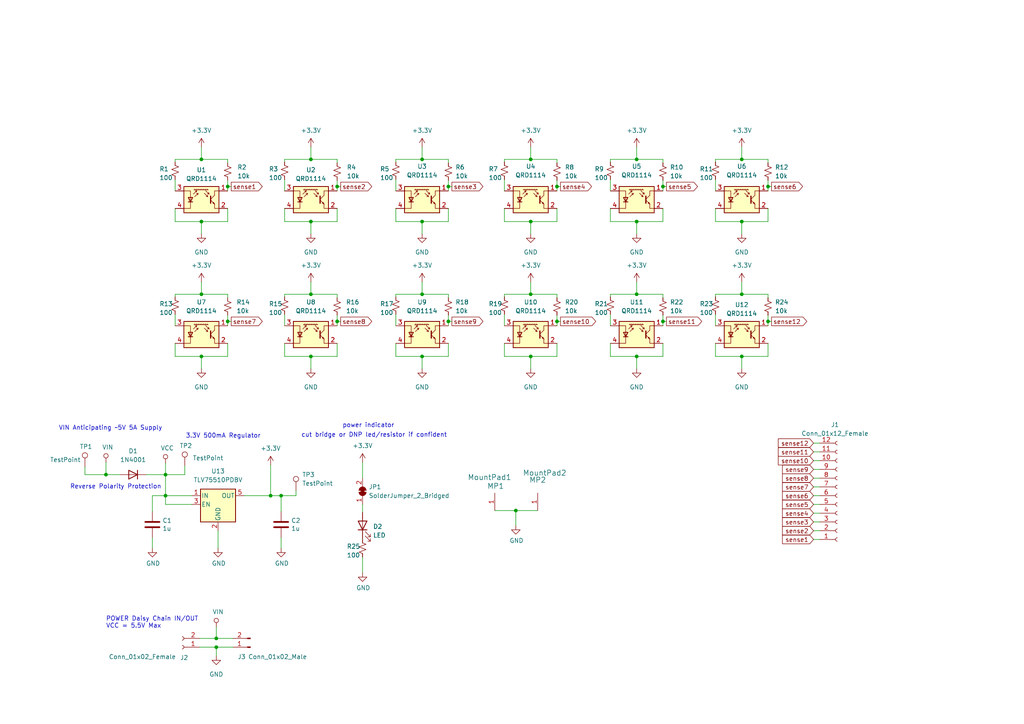
<source format=kicad_sch>
(kicad_sch (version 20211123) (generator eeschema)
  (paper "A4")
  (lib_symbols
    (symbol "1A_Favorites:QRD1114" (pin_names (offset 0.0254) hide)
      (property "Reference" "U" (at -3.81 5.08 0))
      (property "Value" "QRD1114" (at 12.7 5.08 0))
      (symbol "QRD1114_0_1"
        (polyline (pts (xy -2.667 -0.127) (xy -3.81 -1.27)))
        (polyline (pts (xy -2.667 0.127) (xy -3.81 1.27)))
        (polyline (pts (xy -2.2313 1.6036) (xy -1.7233 1.7306)))
        (polyline (pts (xy -1.8542 2.8526) (xy -1.6002 3.1066)))
        (polyline (pts (xy -1.8503 0.8416) (xy -1.3423 0.9686)))
        (polyline (pts (xy -1.3462 2.8526) (xy -1.0922 3.1066)))
        (polyline (pts (xy -0.8382 2.8526) (xy -0.5842 3.1066)))
        (polyline (pts (xy -0.3302 2.8526) (xy -0.0762 3.1066)))
        (polyline (pts (xy 0.1778 2.8526) (xy 0.4318 3.1066)))
        (polyline (pts (xy 0.6858 2.8526) (xy 0.9398 3.1066)))
        (polyline (pts (xy 0.9437 1.8576) (xy 1.0707 1.3496)))
        (polyline (pts (xy 1.1938 2.8526) (xy 1.4478 3.1066)))
        (polyline (pts (xy 1.3247 2.6196) (xy 1.4517 2.1116)))
        (polyline (pts (xy 1.7018 2.8526) (xy 1.9558 3.1066)))
        (polyline (pts (xy 2.2098 2.8526) (xy -1.9812 2.8526)))
        (polyline (pts (xy 2.54 -0.635) (xy 3.81 -0.635)) (stroke (width 0.254)))
        (polyline (pts (xy -3.81 -1.27) (xy -3.81 -2.54) (xy -5.08 -2.54)))
        (polyline (pts (xy -3.81 1.27) (xy -3.81 2.54) (xy -5.08 2.54)))
        (polyline (pts (xy -2.667 -1.016) (xy -2.667 1.016) (xy -2.667 1.016)) (stroke (width 0.3556)))
        (polyline (pts (xy -1.2153 2.6196) (xy -2.2313 1.6036) (xy -2.1043 2.1116)))
        (polyline (pts (xy -0.8343 1.8576) (xy -1.8503 0.8416) (xy -1.7233 1.3496)))
        (polyline (pts (xy 1.9597 0.8416) (xy 0.9437 1.8576) (xy 1.4517 1.7306)))
        (polyline (pts (xy 2.3407 1.6036) (xy 1.3247 2.6196) (xy 1.8327 2.4926)))
        (polyline (pts (xy -3.81 -1.27) (xy -3.302 -1.016) (xy -3.556 -0.762) (xy -3.81 -1.27)))
        (polyline (pts (xy 3.175 -0.635) (xy 2.54 0.635) (xy 3.81 0.635) (xy 3.175 -0.635)) (stroke (width 0.254)))
        (polyline (pts (xy 5.08 2.54) (xy 3.175 2.54) (xy 3.175 -2.54) (xy 5.08 -2.54)))
        (polyline (pts (xy -5.08 -3.81) (xy 5.08 -3.81) (xy 5.08 3.81) (xy -5.08 3.81) (xy -5.08 -3.81)) (stroke (width 0.254)) (fill (type background)))
      )
      (symbol "QRD1114_1_1"
        (pin open_collector line (at -7.62 2.54 0) (length 2.54) (name "A") (number "1"))
        (pin open_emitter line (at -7.62 -2.54 0) (length 2.54) (name "K") (number "2"))
        (pin passive line (at 7.62 2.54 180) (length 2.54) (name "C") (number "3"))
        (pin passive line (at 7.62 -2.54 180) (length 2.54) (name "E") (number "4"))
      )
    )
    (symbol "1A_Favorites:R_Standard_Thru" (pin_numbers hide) (pin_names (offset 0.254) hide)
      (property "Reference" "R" (at 0.762 0.508 0))
      (property "Value" "R_Standard_Thru" (at 0.762 -1.016 0))
      (symbol "R_Standard_Thru_1_1"
        (polyline (pts (xy 0 0) (xy 1.016 -0.381) (xy 0 -0.762) (xy -1.016 -1.143) (xy 0 -1.524)))
        (polyline (pts (xy 0 1.524) (xy 1.016 1.143) (xy 0 0.762) (xy -1.016 0.381) (xy 0 0)))
        (pin passive line (at 0 2.54 270) (length 1.016) (name "~") (number "1"))
        (pin passive line (at 0 -2.54 90) (length 1.016) (name "~") (number "2"))
      )
    )
    (symbol "Connector:Conn_01x02_Female" (pin_names (offset 1.016) hide)
      (property "Reference" "J" (at 0 2.54 0))
      (property "Value" "Conn_01x02_Female" (at 0 -5.08 0))
      (symbol "Conn_01x02_Female_1_1"
        (arc (start 0 -2.032) (mid -0.508 -2.54) (end 0 -3.048) (stroke (width 0.1524)))
        (polyline (pts (xy -1.27 -2.54) (xy -0.508 -2.54)) (stroke (width 0.1524)))
        (polyline (pts (xy -1.27 0) (xy -0.508 0)) (stroke (width 0.1524)))
        (arc (start 0 0.508) (mid -0.508 0) (end 0 -0.508) (stroke (width 0.1524)))
        (pin passive line (at -5.08 0 0) (length 3.81) (name "Pin_1") (number "1"))
        (pin passive line (at -5.08 -2.54 0) (length 3.81) (name "Pin_2") (number "2"))
      )
    )
    (symbol "Connector:Conn_01x02_Male" (pin_names (offset 1.016) hide)
      (property "Reference" "J" (at 0 2.54 0))
      (property "Value" "Conn_01x02_Male" (at 0 -5.08 0))
      (symbol "Conn_01x02_Male_1_1"
        (polyline (pts (xy 1.27 -2.54) (xy 0.8636 -2.54)) (stroke (width 0.1524)))
        (polyline (pts (xy 1.27 0) (xy 0.8636 0)) (stroke (width 0.1524)))
        (rectangle (start 0.8636 -2.413) (end 0 -2.667) (stroke (width 0.1524)) (fill (type outline)))
        (rectangle (start 0.8636 0.127) (end 0 -0.127) (stroke (width 0.1524)) (fill (type outline)))
        (pin passive line (at 5.08 0 180) (length 3.81) (name "Pin_1") (number "1"))
        (pin passive line (at 5.08 -2.54 180) (length 3.81) (name "Pin_2") (number "2"))
      )
    )
    (symbol "Connector:Conn_01x12_Female" (pin_names (offset 1.016) hide)
      (property "Reference" "J" (at 0 15.24 0))
      (property "Value" "Conn_01x12_Female" (at 0 -17.78 0))
      (symbol "Conn_01x12_Female_1_1"
        (arc (start 0 -14.732) (mid -0.508 -15.24) (end 0 -15.748) (stroke (width 0.1524)))
        (arc (start 0 -12.192) (mid -0.508 -12.7) (end 0 -13.208) (stroke (width 0.1524)))
        (arc (start 0 -9.652) (mid -0.508 -10.16) (end 0 -10.668) (stroke (width 0.1524)))
        (arc (start 0 -7.112) (mid -0.508 -7.62) (end 0 -8.128) (stroke (width 0.1524)))
        (arc (start 0 -4.572) (mid -0.508 -5.08) (end 0 -5.588) (stroke (width 0.1524)))
        (arc (start 0 -2.032) (mid -0.508 -2.54) (end 0 -3.048) (stroke (width 0.1524)))
        (polyline (pts (xy -1.27 -15.24) (xy -0.508 -15.24)) (stroke (width 0.1524)))
        (polyline (pts (xy -1.27 -12.7) (xy -0.508 -12.7)) (stroke (width 0.1524)))
        (polyline (pts (xy -1.27 -10.16) (xy -0.508 -10.16)) (stroke (width 0.1524)))
        (polyline (pts (xy -1.27 -7.62) (xy -0.508 -7.62)) (stroke (width 0.1524)))
        (polyline (pts (xy -1.27 -5.08) (xy -0.508 -5.08)) (stroke (width 0.1524)))
        (polyline (pts (xy -1.27 -2.54) (xy -0.508 -2.54)) (stroke (width 0.1524)))
        (polyline (pts (xy -1.27 0) (xy -0.508 0)) (stroke (width 0.1524)))
        (polyline (pts (xy -1.27 2.54) (xy -0.508 2.54)) (stroke (width 0.1524)))
        (polyline (pts (xy -1.27 5.08) (xy -0.508 5.08)) (stroke (width 0.1524)))
        (polyline (pts (xy -1.27 7.62) (xy -0.508 7.62)) (stroke (width 0.1524)))
        (polyline (pts (xy -1.27 10.16) (xy -0.508 10.16)) (stroke (width 0.1524)))
        (polyline (pts (xy -1.27 12.7) (xy -0.508 12.7)) (stroke (width 0.1524)))
        (arc (start 0 0.508) (mid -0.508 0) (end 0 -0.508) (stroke (width 0.1524)))
        (arc (start 0 3.048) (mid -0.508 2.54) (end 0 2.032) (stroke (width 0.1524)))
        (arc (start 0 5.588) (mid -0.508 5.08) (end 0 4.572) (stroke (width 0.1524)))
        (arc (start 0 8.128) (mid -0.508 7.62) (end 0 7.112) (stroke (width 0.1524)))
        (arc (start 0 10.668) (mid -0.508 10.16) (end 0 9.652) (stroke (width 0.1524)))
        (arc (start 0 13.208) (mid -0.508 12.7) (end 0 12.192) (stroke (width 0.1524)))
        (pin passive line (at -5.08 12.7 0) (length 3.81) (name "Pin_1") (number "1"))
        (pin passive line (at -5.08 -10.16 0) (length 3.81) (name "Pin_10") (number "10"))
        (pin passive line (at -5.08 -12.7 0) (length 3.81) (name "Pin_11") (number "11"))
        (pin passive line (at -5.08 -15.24 0) (length 3.81) (name "Pin_12") (number "12"))
        (pin passive line (at -5.08 10.16 0) (length 3.81) (name "Pin_2") (number "2"))
        (pin passive line (at -5.08 7.62 0) (length 3.81) (name "Pin_3") (number "3"))
        (pin passive line (at -5.08 5.08 0) (length 3.81) (name "Pin_4") (number "4"))
        (pin passive line (at -5.08 2.54 0) (length 3.81) (name "Pin_5") (number "5"))
        (pin passive line (at -5.08 0 0) (length 3.81) (name "Pin_6") (number "6"))
        (pin passive line (at -5.08 -2.54 0) (length 3.81) (name "Pin_7") (number "7"))
        (pin passive line (at -5.08 -5.08 0) (length 3.81) (name "Pin_8") (number "8"))
        (pin passive line (at -5.08 -7.62 0) (length 3.81) (name "Pin_9") (number "9"))
      )
    )
    (symbol "Connector:TestPoint" (pin_numbers hide) (pin_names (offset 0.762) hide)
      (property "Reference" "TP" (at 0 6.858 0))
      (property "Value" "TestPoint" (at 0 5.08 0))
      (symbol "TestPoint_0_1"
        (circle (center 0 3.302) (radius 0.762))
      )
      (symbol "TestPoint_1_1"
        (pin passive line (at 0 0 90) (length 2.54) (name "1") (number "1"))
      )
    )
    (symbol "Device:LED" (pin_numbers hide) (pin_names (offset 1.016) hide)
      (property "Reference" "D" (at 0 2.54 0))
      (property "Value" "LED" (at 0 -2.54 0))
      (symbol "LED_0_1"
        (polyline (pts (xy -1.27 -1.27) (xy -1.27 1.27)) (stroke (width 0.254)))
        (polyline (pts (xy -1.27 0) (xy 1.27 0)))
        (polyline (pts (xy 1.27 -1.27) (xy 1.27 1.27) (xy -1.27 0) (xy 1.27 -1.27)) (stroke (width 0.254)))
        (polyline (pts (xy -3.048 -0.762) (xy -4.572 -2.286) (xy -3.81 -2.286) (xy -4.572 -2.286) (xy -4.572 -1.524)))
        (polyline (pts (xy -1.778 -0.762) (xy -3.302 -2.286) (xy -2.54 -2.286) (xy -3.302 -2.286) (xy -3.302 -1.524)))
      )
      (symbol "LED_1_1"
        (pin passive line (at -3.81 0 0) (length 2.54) (name "K") (number "1"))
        (pin passive line (at 3.81 0 180) (length 2.54) (name "A") (number "2"))
      )
    )
    (symbol "Diode:1N4001" (pin_numbers hide) (pin_names (offset 1.016) hide)
      (property "Reference" "D" (at 0 2.54 0))
      (property "Value" "1N4001" (at 0 -2.54 0))
      (symbol "1N4001_0_1"
        (polyline (pts (xy -1.27 1.27) (xy -1.27 -1.27)) (stroke (width 0.254)))
        (polyline (pts (xy 1.27 0) (xy -1.27 0)))
        (polyline (pts (xy 1.27 1.27) (xy 1.27 -1.27) (xy -1.27 0) (xy 1.27 1.27)) (stroke (width 0.254)))
      )
      (symbol "1N4001_1_1"
        (pin passive line (at -3.81 0 0) (length 2.54) (name "K") (number "1"))
        (pin passive line (at 3.81 0 180) (length 2.54) (name "A") (number "2"))
      )
    )
    (symbol "Jumper:SolderJumper_2_Bridged" (pin_names (offset 0) hide)
      (property "Reference" "JP" (at 0 2.032 0))
      (property "Value" "SolderJumper_2_Bridged" (at 0 -2.54 0))
      (symbol "SolderJumper_2_Bridged_0_1"
        (rectangle (start -0.508 0.508) (end 0.508 -0.508) (fill (type outline)))
        (arc (start -0.254 1.016) (mid -1.27 0) (end -0.254 -1.016))
        (arc (start -0.254 1.016) (mid -1.27 0) (end -0.254 -1.016) (fill (type outline)))
        (polyline (pts (xy -0.254 1.016) (xy -0.254 -1.016)))
        (polyline (pts (xy 0.254 1.016) (xy 0.254 -1.016)))
        (arc (start 0.254 -1.016) (mid 1.27 0) (end 0.254 1.016))
        (arc (start 0.254 -1.016) (mid 1.27 0) (end 0.254 1.016) (fill (type outline)))
      )
      (symbol "SolderJumper_2_Bridged_1_1"
        (pin passive line (at -3.81 0 0) (length 2.54) (name "A") (number "1"))
        (pin passive line (at 3.81 0 180) (length 2.54) (name "B") (number "2"))
      )
    )
    (symbol "OpenThereminV41-rescue:C-OpenThereminV4-rescue" (pin_numbers hide) (pin_names (offset 0.254))
      (property "Reference" "C" (at 0.635 2.54 0))
      (property "Value" "C-OpenThereminV4-rescue" (at 0.635 -2.54 0))
      (symbol "C-OpenThereminV4-rescue_0_1"
        (polyline (pts (xy -2.032 -0.762) (xy 2.032 -0.762)) (stroke (width 0.508)))
        (polyline (pts (xy -2.032 0.762) (xy 2.032 0.762)) (stroke (width 0.508)))
      )
      (symbol "C-OpenThereminV4-rescue_1_1"
        (pin passive line (at 0 3.81 270) (length 2.794) (name "~") (number "1"))
        (pin passive line (at 0 -3.81 90) (length 2.794) (name "~") (number "2"))
      )
    )
    (symbol "OpenThereminV41-rescue:GND-OpenThereminV4-rescue" (power) (pin_names (offset 0))
      (property "Value" "GND-OpenThereminV4-rescue" (at 0 -3.81 0))
      (symbol "GND-OpenThereminV4-rescue_0_1"
        (polyline (pts (xy 0 0) (xy 0 -1.27) (xy 1.27 -1.27) (xy 0 -2.54) (xy -1.27 -1.27) (xy 0 -1.27)))
      )
      (symbol "GND-OpenThereminV4-rescue_1_1"
        (pin power_in line (at 0 0 270) (length 0) hide (name "GND") (number "1"))
      )
    )
    (symbol "OpenThereminV41-rescue:MountPad3-OpenThereminV4-rescue" (pin_names (offset 1.016))
      (property "Reference" "X" (at -1.27 5.08 0))
      (property "Value" "MountPad3-OpenThereminV4-rescue" (at -1.27 8.89 0))
      (symbol "MountPad3-OpenThereminV4-rescue_1_1"
        (pin input line (at -5.08 0 0) (length 5.08) (name "~") (number "1"))
      )
    )
    (symbol "OpenThereminV41-rescue:VCC-OpenThereminV4-rescue" (power) (pin_names (offset 0))
      (property "Value" "VCC-OpenThereminV4-rescue" (at 0 3.81 0))
      (symbol "VCC-OpenThereminV4-rescue_0_1"
        (polyline (pts (xy 0 0) (xy 0 1.27)))
        (circle (center 0 1.905) (radius 0.635))
      )
      (symbol "VCC-OpenThereminV4-rescue_1_1"
        (pin power_in line (at 0 0 90) (length 0) hide (name "VCC") (number "1"))
      )
    )
    (symbol "Regulator_Linear:TLV75510PDBV" (pin_names (offset 0.254))
      (property "Reference" "U" (at -3.81 5.715 0))
      (property "Value" "TLV75510PDBV" (at 0 5.715 0))
      (symbol "TLV75510PDBV_0_1"
        (rectangle (start -5.08 4.445) (end 5.08 -5.08) (stroke (width 0.254)) (fill (type background)))
      )
      (symbol "TLV75510PDBV_1_1"
        (pin power_in line (at -7.62 2.54 0) (length 2.54) (name "IN") (number "1"))
        (pin power_in line (at 0 -7.62 90) (length 2.54) (name "GND") (number "2"))
        (pin input line (at -7.62 0 0) (length 2.54) (name "EN") (number "3"))
        (pin no_connect line (at 5.08 0 180) (length 2.54) hide (name "NC") (number "4"))
        (pin power_out line (at 7.62 2.54 180) (length 2.54) (name "OUT") (number "5"))
      )
    )
    (symbol "VCC-OpenThereminV4-rescue_1" (power) (pin_names (offset 0))
      (property "Value" "VCC-OpenThereminV4-rescue_1" (at 0.508 4.3942 0))
      (symbol "VCC-OpenThereminV4-rescue_1_0_1"
        (polyline (pts (xy 0 0) (xy 0 1.27)))
        (circle (center 0 1.905) (radius 0.635))
      )
      (symbol "VCC-OpenThereminV4-rescue_1_1_1"
        (pin power_in line (at 0 0 90) (length 0) hide (name "VIN") (number "1"))
      )
    )
    (symbol "VCC-OpenThereminV4-rescue_2" (power) (pin_names (offset 0))
      (property "Value" "VCC-OpenThereminV4-rescue_2" (at 0.508 4.3942 0))
      (symbol "VCC-OpenThereminV4-rescue_2_0_1"
        (polyline (pts (xy 0 0) (xy 0 1.27)))
        (circle (center 0 1.905) (radius 0.635))
      )
      (symbol "VCC-OpenThereminV4-rescue_2_1_1"
        (pin power_in line (at 0 0 90) (length 0) hide (name "VIN") (number "1"))
      )
    )
    (symbol "power:+3.3V" (power) (pin_names (offset 0))
      (property "Value" "+3.3V" (at 0 3.556 0))
      (symbol "+3.3V_0_1"
        (polyline (pts (xy -0.762 1.27) (xy 0 2.54)))
        (polyline (pts (xy 0 0) (xy 0 2.54)))
        (polyline (pts (xy 0 2.54) (xy 0.762 1.27)))
      )
      (symbol "+3.3V_1_1"
        (pin power_in line (at 0 0 90) (length 0) hide (name "+3.3V") (number "1"))
      )
    )
    (symbol "power:GND" (power) (pin_names (offset 0))
      (property "Value" "GND" (at 0 -3.81 0))
      (symbol "GND_0_1"
        (polyline (pts (xy 0 0) (xy 0 -1.27) (xy 1.27 -1.27) (xy 0 -2.54) (xy -1.27 -1.27) (xy 0 -1.27)))
      )
      (symbol "GND_1_1"
        (pin power_in line (at 0 0 270) (length 0) hide (name "GND") (number "1"))
      )
    )
  )
  (junction (at 122.428 46.228))
  (junction (at 161.544 54.102))
  (junction (at 66.04 93.218))
  (junction (at 130.048 93.218))
  (junction (at 90.17 103.378))
  (junction (at 184.658 64.262))
  (junction (at 62.738 187.706))
  (junction (at 122.428 64.262))
  (junction (at 153.924 103.378))
  (junction (at 215.138 85.344))
  (junction (at 58.42 64.262))
  (junction (at 184.658 85.344))
  (junction (at 58.42 46.228))
  (junction (at 153.924 64.262))
  (junction (at 130.048 54.102))
  (junction (at 78.486 143.764))
  (junction (at 48.006 143.764))
  (junction (at 149.606 148.082))
  (junction (at 90.17 46.228))
  (junction (at 153.924 85.344))
  (junction (at 90.17 64.262))
  (junction (at 97.79 93.218))
  (junction (at 215.138 46.228))
  (junction (at 184.658 103.378))
  (junction (at 48.006 137.668))
  (junction (at 122.428 85.344))
  (junction (at 66.04 54.102))
  (junction (at 97.79 54.102))
  (junction (at 215.138 64.262))
  (junction (at 184.658 46.228))
  (junction (at 122.428 103.378))
  (junction (at 161.544 93.218))
  (junction (at 192.278 54.102))
  (junction (at 192.278 93.218))
  (junction (at 58.42 103.378))
  (junction (at 90.17 85.344))
  (junction (at 222.758 54.102))
  (junction (at 62.738 185.166))
  (junction (at 153.924 46.228))
  (junction (at 30.734 137.668))
  (junction (at 215.138 103.378))
  (junction (at 222.758 93.218))
  (junction (at 81.534 143.764))
  (junction (at 58.42 85.344))
  (wire (pts (xy 177.038 85.344) (xy 184.658 85.344)))
  (wire (pts (xy 57.912 187.706) (xy 62.738 187.706)))
  (wire (pts (xy 122.428 81.788) (xy 122.428 85.344)))
  (wire (pts (xy 153.924 64.262) (xy 161.544 64.262)))
  (wire (pts (xy 153.924 42.672) (xy 153.924 46.228)))
  (wire (pts (xy 114.808 85.344) (xy 122.428 85.344)))
  (wire (pts (xy 215.138 46.228) (xy 222.758 46.228)))
  (wire (pts (xy 48.006 143.764) (xy 55.626 143.764)))
  (wire (pts (xy 66.04 54.102) (xy 66.04 55.372)))
  (wire (pts (xy 50.8 99.568) (xy 50.8 103.378)))
  (wire (pts (xy 153.924 81.788) (xy 153.924 85.344)))
  (wire (pts (xy 85.852 142.24) (xy 85.852 143.764)))
  (wire (pts (xy 50.8 103.378) (xy 58.42 103.378)))
  (wire (pts (xy 130.048 85.344) (xy 130.048 86.36)))
  (wire (pts (xy 122.428 103.378) (xy 130.048 103.378)))
  (wire (pts (xy 235.966 141.224) (xy 237.744 141.224)))
  (wire (pts (xy 114.808 60.452) (xy 114.808 64.262)))
  (wire (pts (xy 184.658 81.788) (xy 184.658 85.344)))
  (wire (pts (xy 48.006 143.764) (xy 44.196 143.764)))
  (wire (pts (xy 161.544 93.218) (xy 162.56 93.218)))
  (wire (pts (xy 222.758 91.44) (xy 222.758 93.218)))
  (wire (pts (xy 207.518 86.106) (xy 207.518 85.344)))
  (wire (pts (xy 161.544 52.324) (xy 161.544 54.102)))
  (wire (pts (xy 192.278 54.102) (xy 193.294 54.102)))
  (wire (pts (xy 146.304 52.07) (xy 146.304 55.372)))
  (wire (pts (xy 81.534 143.764) (xy 81.534 148.336)))
  (wire (pts (xy 222.758 54.102) (xy 223.774 54.102)))
  (wire (pts (xy 235.966 146.304) (xy 237.744 146.304)))
  (wire (pts (xy 97.79 93.218) (xy 98.806 93.218)))
  (wire (pts (xy 66.04 54.102) (xy 67.056 54.102)))
  (wire (pts (xy 97.79 54.102) (xy 97.79 55.372)))
  (wire (pts (xy 63.246 153.924) (xy 63.246 159.004)))
  (wire (pts (xy 50.8 46.99) (xy 50.8 46.228)))
  (wire (pts (xy 192.278 54.102) (xy 192.278 55.372)))
  (wire (pts (xy 235.966 153.924) (xy 237.744 153.924)))
  (wire (pts (xy 53.594 137.668) (xy 48.006 137.668)))
  (wire (pts (xy 222.758 99.568) (xy 222.758 103.378)))
  (wire (pts (xy 82.55 64.262) (xy 90.17 64.262)))
  (wire (pts (xy 114.808 86.106) (xy 114.808 85.344)))
  (wire (pts (xy 50.8 91.186) (xy 50.8 94.488)))
  (wire (pts (xy 235.966 131.064) (xy 237.744 131.064)))
  (wire (pts (xy 97.79 46.228) (xy 97.79 47.244)))
  (wire (pts (xy 82.55 46.99) (xy 82.55 46.228)))
  (wire (pts (xy 146.304 85.344) (xy 153.924 85.344)))
  (wire (pts (xy 215.138 103.378) (xy 222.758 103.378)))
  (wire (pts (xy 81.534 155.956) (xy 81.534 159.004)))
  (wire (pts (xy 48.006 146.304) (xy 48.006 143.764)))
  (wire (pts (xy 97.79 85.344) (xy 97.79 86.36)))
  (wire (pts (xy 130.048 99.568) (xy 130.048 103.378)))
  (wire (pts (xy 177.038 99.568) (xy 177.038 103.378)))
  (wire (pts (xy 48.006 137.668) (xy 48.006 143.764)))
  (wire (pts (xy 235.966 148.844) (xy 237.744 148.844)))
  (wire (pts (xy 149.606 148.082) (xy 155.956 148.082)))
  (wire (pts (xy 114.808 46.228) (xy 122.428 46.228)))
  (wire (pts (xy 222.758 93.218) (xy 222.758 94.488)))
  (wire (pts (xy 207.518 103.378) (xy 215.138 103.378)))
  (wire (pts (xy 66.04 85.344) (xy 66.04 86.36)))
  (wire (pts (xy 58.42 64.262) (xy 66.04 64.262)))
  (wire (pts (xy 97.79 99.568) (xy 97.79 103.378)))
  (wire (pts (xy 146.304 46.228) (xy 153.924 46.228)))
  (wire (pts (xy 192.278 85.344) (xy 192.278 86.36)))
  (wire (pts (xy 82.55 46.228) (xy 90.17 46.228)))
  (wire (pts (xy 130.048 60.452) (xy 130.048 64.262)))
  (wire (pts (xy 114.808 46.99) (xy 114.808 46.228)))
  (wire (pts (xy 207.518 46.228) (xy 215.138 46.228)))
  (wire (pts (xy 215.138 85.344) (xy 222.758 85.344)))
  (wire (pts (xy 58.42 85.344) (xy 66.04 85.344)))
  (wire (pts (xy 192.278 60.452) (xy 192.278 64.262)))
  (wire (pts (xy 153.924 103.378) (xy 161.544 103.378)))
  (wire (pts (xy 153.924 85.344) (xy 161.544 85.344)))
  (wire (pts (xy 161.544 46.228) (xy 161.544 47.244)))
  (wire (pts (xy 184.658 42.672) (xy 184.658 46.228)))
  (wire (pts (xy 50.8 85.344) (xy 58.42 85.344)))
  (wire (pts (xy 235.966 151.384) (xy 237.744 151.384)))
  (wire (pts (xy 143.51 148.082) (xy 149.606 148.082)))
  (wire (pts (xy 82.55 60.452) (xy 82.55 64.262)))
  (wire (pts (xy 192.278 46.228) (xy 192.278 47.244)))
  (wire (pts (xy 207.518 46.99) (xy 207.518 46.228)))
  (wire (pts (xy 82.55 86.106) (xy 82.55 85.344)))
  (wire (pts (xy 82.55 85.344) (xy 90.17 85.344)))
  (wire (pts (xy 153.924 46.228) (xy 161.544 46.228)))
  (wire (pts (xy 114.808 99.568) (xy 114.808 103.378)))
  (wire (pts (xy 42.418 137.668) (xy 48.006 137.668)))
  (wire (pts (xy 177.038 91.186) (xy 177.038 94.488)))
  (wire (pts (xy 90.17 46.228) (xy 97.79 46.228)))
  (wire (pts (xy 62.738 187.706) (xy 67.564 187.706)))
  (wire (pts (xy 130.048 54.102) (xy 130.048 55.372)))
  (wire (pts (xy 66.04 99.568) (xy 66.04 103.378)))
  (wire (pts (xy 207.518 52.07) (xy 207.518 55.372)))
  (wire (pts (xy 122.428 42.672) (xy 122.428 46.228)))
  (wire (pts (xy 58.42 103.378) (xy 58.42 106.934)))
  (wire (pts (xy 24.638 137.668) (xy 30.734 137.668)))
  (wire (pts (xy 235.966 128.524) (xy 237.744 128.524)))
  (wire (pts (xy 130.048 91.44) (xy 130.048 93.218)))
  (wire (pts (xy 122.428 85.344) (xy 130.048 85.344)))
  (wire (pts (xy 192.278 93.218) (xy 193.294 93.218)))
  (wire (pts (xy 53.594 135.128) (xy 53.594 137.668)))
  (wire (pts (xy 235.966 138.684) (xy 237.744 138.684)))
  (wire (pts (xy 58.42 46.228) (xy 66.04 46.228)))
  (wire (pts (xy 97.79 54.102) (xy 98.806 54.102)))
  (wire (pts (xy 114.808 52.07) (xy 114.808 55.372)))
  (wire (pts (xy 146.304 91.186) (xy 146.304 94.488)))
  (wire (pts (xy 146.304 86.106) (xy 146.304 85.344)))
  (wire (pts (xy 215.138 64.262) (xy 215.138 67.818)))
  (wire (pts (xy 58.42 103.378) (xy 66.04 103.378)))
  (wire (pts (xy 161.544 93.218) (xy 161.544 94.488)))
  (wire (pts (xy 114.808 91.186) (xy 114.808 94.488)))
  (wire (pts (xy 62.738 185.166) (xy 62.738 181.864)))
  (wire (pts (xy 58.42 64.262) (xy 58.42 67.818)))
  (wire (pts (xy 57.912 185.166) (xy 62.738 185.166)))
  (wire (pts (xy 215.138 103.378) (xy 215.138 106.934)))
  (wire (pts (xy 62.738 187.706) (xy 62.738 190.246)))
  (wire (pts (xy 48.006 134.366) (xy 48.006 137.668)))
  (wire (pts (xy 235.966 133.604) (xy 237.744 133.604)))
  (wire (pts (xy 50.8 60.452) (xy 50.8 64.262)))
  (wire (pts (xy 82.55 99.568) (xy 82.55 103.378)))
  (wire (pts (xy 215.138 64.262) (xy 222.758 64.262)))
  (wire (pts (xy 48.006 146.304) (xy 55.626 146.304)))
  (wire (pts (xy 44.196 143.764) (xy 44.196 148.336)))
  (wire (pts (xy 235.966 156.464) (xy 237.744 156.464)))
  (wire (pts (xy 105.156 146.304) (xy 105.156 148.59)))
  (wire (pts (xy 90.17 81.788) (xy 90.17 85.344)))
  (wire (pts (xy 78.486 143.764) (xy 81.534 143.764)))
  (wire (pts (xy 153.924 103.378) (xy 153.924 106.934)))
  (wire (pts (xy 130.048 93.218) (xy 131.064 93.218)))
  (wire (pts (xy 192.278 99.568) (xy 192.278 103.378)))
  (wire (pts (xy 66.04 91.44) (xy 66.04 93.218)))
  (wire (pts (xy 235.966 136.144) (xy 237.744 136.144)))
  (wire (pts (xy 207.518 85.344) (xy 215.138 85.344)))
  (wire (pts (xy 161.544 85.344) (xy 161.544 86.36)))
  (wire (pts (xy 130.048 54.102) (xy 131.064 54.102)))
  (wire (pts (xy 222.758 54.102) (xy 222.758 55.372)))
  (wire (pts (xy 192.278 91.44) (xy 192.278 93.218)))
  (wire (pts (xy 44.196 155.956) (xy 44.196 159.004)))
  (wire (pts (xy 177.038 46.228) (xy 184.658 46.228)))
  (wire (pts (xy 146.304 60.452) (xy 146.304 64.262)))
  (wire (pts (xy 130.048 93.218) (xy 130.048 94.488)))
  (wire (pts (xy 222.758 60.452) (xy 222.758 64.262)))
  (wire (pts (xy 82.55 91.186) (xy 82.55 94.488)))
  (wire (pts (xy 177.038 64.262) (xy 184.658 64.262)))
  (wire (pts (xy 161.544 54.102) (xy 162.56 54.102)))
  (wire (pts (xy 184.658 64.262) (xy 192.278 64.262)))
  (wire (pts (xy 50.8 64.262) (xy 58.42 64.262)))
  (wire (pts (xy 97.79 52.324) (xy 97.79 54.102)))
  (wire (pts (xy 177.038 46.99) (xy 177.038 46.228)))
  (wire (pts (xy 215.138 81.788) (xy 215.138 85.344)))
  (wire (pts (xy 66.04 93.218) (xy 67.056 93.218)))
  (wire (pts (xy 97.79 93.218) (xy 97.79 94.488)))
  (wire (pts (xy 207.518 64.262) (xy 215.138 64.262)))
  (wire (pts (xy 207.518 99.568) (xy 207.518 103.378)))
  (wire (pts (xy 235.966 143.764) (xy 237.744 143.764)))
  (wire (pts (xy 50.8 52.07) (xy 50.8 55.372)))
  (wire (pts (xy 90.17 103.378) (xy 90.17 106.934)))
  (wire (pts (xy 66.04 60.452) (xy 66.04 64.262)))
  (wire (pts (xy 161.544 54.102) (xy 161.544 55.372)))
  (wire (pts (xy 146.304 103.378) (xy 153.924 103.378)))
  (wire (pts (xy 122.428 103.378) (xy 122.428 106.934)))
  (wire (pts (xy 122.428 46.228) (xy 130.048 46.228)))
  (wire (pts (xy 114.808 64.262) (xy 122.428 64.262)))
  (wire (pts (xy 215.138 42.672) (xy 215.138 46.228)))
  (wire (pts (xy 82.55 103.378) (xy 90.17 103.378)))
  (wire (pts (xy 184.658 46.228) (xy 192.278 46.228)))
  (wire (pts (xy 90.17 64.262) (xy 97.79 64.262)))
  (wire (pts (xy 207.518 91.186) (xy 207.518 94.488)))
  (wire (pts (xy 30.734 134.112) (xy 30.734 137.668)))
  (wire (pts (xy 184.658 85.344) (xy 192.278 85.344)))
  (wire (pts (xy 97.79 60.452) (xy 97.79 64.262)))
  (wire (pts (xy 184.658 103.378) (xy 192.278 103.378)))
  (wire (pts (xy 114.808 103.378) (xy 122.428 103.378)))
  (wire (pts (xy 70.866 143.764) (xy 78.486 143.764)))
  (wire (pts (xy 78.486 134.874) (xy 78.486 143.764)))
  (wire (pts (xy 192.278 52.324) (xy 192.278 54.102)))
  (wire (pts (xy 222.758 46.228) (xy 222.758 47.244)))
  (wire (pts (xy 85.852 143.764) (xy 81.534 143.764)))
  (wire (pts (xy 222.758 85.344) (xy 222.758 86.36)))
  (wire (pts (xy 122.428 64.262) (xy 130.048 64.262)))
  (wire (pts (xy 177.038 103.378) (xy 184.658 103.378)))
  (wire (pts (xy 161.544 60.452) (xy 161.544 64.262)))
  (wire (pts (xy 30.734 137.668) (xy 34.798 137.668)))
  (wire (pts (xy 130.048 52.324) (xy 130.048 54.102)))
  (wire (pts (xy 161.544 99.568) (xy 161.544 103.378)))
  (wire (pts (xy 58.42 42.672) (xy 58.42 46.228)))
  (wire (pts (xy 184.658 64.262) (xy 184.658 67.818)))
  (wire (pts (xy 82.55 52.07) (xy 82.55 55.372)))
  (wire (pts (xy 105.156 156.21) (xy 105.156 156.464)))
  (wire (pts (xy 122.428 64.262) (xy 122.428 67.818)))
  (wire (pts (xy 146.304 46.99) (xy 146.304 46.228)))
  (wire (pts (xy 105.156 161.544) (xy 105.156 166.116)))
  (wire (pts (xy 177.038 52.07) (xy 177.038 55.372)))
  (wire (pts (xy 58.42 81.788) (xy 58.42 85.344)))
  (wire (pts (xy 62.738 185.166) (xy 67.564 185.166)))
  (wire (pts (xy 153.924 64.262) (xy 153.924 67.818)))
  (wire (pts (xy 50.8 46.228) (xy 58.42 46.228)))
  (wire (pts (xy 66.04 52.324) (xy 66.04 54.102)))
  (wire (pts (xy 146.304 99.568) (xy 146.304 103.378)))
  (wire (pts (xy 192.278 93.218) (xy 192.278 94.488)))
  (wire (pts (xy 24.638 135.382) (xy 24.638 137.668)))
  (wire (pts (xy 90.17 42.672) (xy 90.17 46.228)))
  (wire (pts (xy 90.17 64.262) (xy 90.17 67.818)))
  (wire (pts (xy 184.658 103.378) (xy 184.658 106.934)))
  (wire (pts (xy 161.544 91.44) (xy 161.544 93.218)))
  (wire (pts (xy 50.8 86.106) (xy 50.8 85.344)))
  (wire (pts (xy 146.304 64.262) (xy 153.924 64.262)))
  (wire (pts (xy 105.156 134.112) (xy 105.156 138.684)))
  (wire (pts (xy 177.038 86.106) (xy 177.038 85.344)))
  (wire (pts (xy 222.758 93.218) (xy 223.774 93.218)))
  (wire (pts (xy 66.04 93.218) (xy 66.04 94.488)))
  (wire (pts (xy 90.17 103.378) (xy 97.79 103.378)))
  (wire (pts (xy 130.048 46.228) (xy 130.048 47.244)))
  (wire (pts (xy 177.038 60.452) (xy 177.038 64.262)))
  (wire (pts (xy 207.518 60.452) (xy 207.518 64.262)))
  (wire (pts (xy 97.79 91.44) (xy 97.79 93.218)))
  (wire (pts (xy 149.606 148.082) (xy 149.606 152.4)))
  (wire (pts (xy 66.04 46.228) (xy 66.04 47.244)))
  (wire (pts (xy 90.17 85.344) (xy 97.79 85.344)))
  (wire (pts (xy 222.758 52.324) (xy 222.758 54.102)))
  (text "3.3V 500mA Regulator" (at 53.848 127.254 0) (effects (font (size 1.27 1.27)) (justify left bottom)))
  (text "POWER Daisy Chain IN/OUT\nVCC = 5.5V Max" (at 30.734 182.372 0) (effects (font (size 1.27 1.27)) (justify left bottom)))
  (text "power indicator" (at 99.314 124.206 0) (effects (font (size 1.27 1.27)) (justify left bottom)))
  (text "Reverse Polarity Protection" (at 20.32 141.986 0) (effects (font (size 1.27 1.27)) (justify left bottom)))
  (text "VIN Anticipating ~5V 5A Supply" (at 17.018 124.968 0) (effects (font (size 1.27 1.27)) (justify left bottom)))
  (text "cut bridge or DNP led/resistor if confident " (at 87.376 127 0) (effects (font (size 1.27 1.27)) (justify left bottom)))
  (global_label "sense7" (shape output) (at 67.056 93.218 0) (property "Intersheet References" "${INTERSHEET_REFS}" (effects hide)))
  (global_label "sense8" (shape input) (at 235.966 138.684 180) (property "Intersheet References" "${INTERSHEET_REFS}" (effects hide)))
  (global_label "sense12" (shape input) (at 235.966 128.524 180) (property "Intersheet References" "${INTERSHEET_REFS}" (effects hide)))
  (global_label "sense4" (shape input) (at 235.966 148.844 180) (property "Intersheet References" "${INTERSHEET_REFS}" (effects hide)))
  (global_label "sense8" (shape output) (at 98.806 93.218 0) (property "Intersheet References" "${INTERSHEET_REFS}" (effects hide)))
  (global_label "sense3" (shape input) (at 235.966 151.384 180) (property "Intersheet References" "${INTERSHEET_REFS}" (effects hide)))
  (global_label "sense11" (shape input) (at 235.966 131.064 180) (property "Intersheet References" "${INTERSHEET_REFS}" (effects hide)))
  (global_label "sense2" (shape input) (at 235.966 153.924 180) (property "Intersheet References" "${INTERSHEET_REFS}" (effects hide)))
  (global_label "sense7" (shape input) (at 235.966 141.224 180) (property "Intersheet References" "${INTERSHEET_REFS}" (effects hide)))
  (global_label "sense5" (shape input) (at 235.966 146.304 180) (property "Intersheet References" "${INTERSHEET_REFS}" (effects hide)))
  (global_label "sense10" (shape output) (at 162.56 93.218 0) (property "Intersheet References" "${INTERSHEET_REFS}" (effects hide)))
  (global_label "sense10" (shape input) (at 235.966 133.604 180) (property "Intersheet References" "${INTERSHEET_REFS}" (effects hide)))
  (global_label "sense1" (shape input) (at 235.966 156.464 180) (property "Intersheet References" "${INTERSHEET_REFS}" (effects hide)))
  (global_label "sense3" (shape output) (at 131.064 54.102 0) (property "Intersheet References" "${INTERSHEET_REFS}" (effects hide)))
  (global_label "sense12" (shape output) (at 223.774 93.218 0) (property "Intersheet References" "${INTERSHEET_REFS}" (effects hide)))
  (global_label "sense5" (shape output) (at 193.294 54.102 0) (property "Intersheet References" "${INTERSHEET_REFS}" (effects hide)))
  (global_label "sense11" (shape output) (at 193.294 93.218 0) (property "Intersheet References" "${INTERSHEET_REFS}" (effects hide)))
  (global_label "sense4" (shape output) (at 162.56 54.102 0) (property "Intersheet References" "${INTERSHEET_REFS}" (effects hide)))
  (global_label "sense9" (shape output) (at 131.064 93.218 0) (property "Intersheet References" "${INTERSHEET_REFS}" (effects hide)))
  (global_label "sense6" (shape input) (at 235.966 143.764 180) (property "Intersheet References" "${INTERSHEET_REFS}" (effects hide)))
  (global_label "sense1" (shape output) (at 67.056 54.102 0) (property "Intersheet References" "${INTERSHEET_REFS}" (effects hide)))
  (global_label "sense6" (shape output) (at 223.774 54.102 0) (property "Intersheet References" "${INTERSHEET_REFS}" (effects hide)))
  (global_label "sense9" (shape input) (at 235.966 136.144 180) (property "Intersheet References" "${INTERSHEET_REFS}" (effects hide)))
  (global_label "sense2" (shape output) (at 98.806 54.102 0) (property "Intersheet References" "${INTERSHEET_REFS}" (effects hide)))
  (symbol (lib_id "1A_Favorites:R_Standard_Thru") (at 130.048 49.784 180) (unit 1)
    (property "Reference" "R6" (at 132.08 48.5139 0) (effects (justify right)))
    (property "Value" "10k" (at 132.08 51.0539 0) (effects (justify right)))
    (property "Footprint" "Resistor_SMD:R_0603_1608Metric" (effects hide))
  )
  (symbol (lib_id "power:+3.3V") (at 122.428 81.788 0) (unit 1)
    (property "Reference" "#PWR0121" (effects hide))
    (property "Value" "+3.3V" (at 122.428 76.962 0))
  )
  (symbol (lib_id "power:+3.3V") (at 58.42 81.788 0) (unit 1)
    (property "Reference" "#PWR0126" (effects hide))
    (property "Value" "+3.3V" (at 58.42 76.962 0))
  )
  (symbol (lib_id "power:+3.3V") (at 105.156 134.112 0) (unit 1)
    (property "Reference" "#PWR0116" (effects hide))
    (property "Value" "+3.3V" (at 105.156 129.286 0))
  )
  (symbol (lib_id "1A_Favorites:R_Standard_Thru") (at 177.038 88.646 180) (unit 1)
    (property "Reference" "R21" (at 172.466 88.138 0) (effects (justify right)))
    (property "Value" "100" (at 172.466 90.678 0) (effects (justify right)))
    (property "Footprint" "Resistor_SMD:R_0603_1608Metric" (effects hide))
  )
  (symbol (lib_id "power:GND") (at 62.738 190.246 0) (unit 1)
    (property "Reference" "#PWR0132" (effects hide))
    (property "Value" "GND" (at 62.738 195.58 0))
  )
  (symbol (lib_id "1A_Favorites:R_Standard_Thru") (at 130.048 88.9 180) (unit 1)
    (property "Reference" "R18" (at 132.08 87.6299 0) (effects (justify right)))
    (property "Value" "10k" (at 132.08 90.1699 0) (effects (justify right)))
    (property "Footprint" "Resistor_SMD:R_0603_1608Metric" (effects hide))
  )
  (symbol (lib_id "1A_Favorites:QRD1114") (at 58.42 97.028 0) (mirror y) (unit 1)
    (property "Reference" "U7" (at 58.42 87.63 0))
    (property "Value" "QRD1114" (at 58.42 90.17 0))
    (property "Footprint" "OptoDevice:OnSemi_QRD1114" (effects hide))
    (property "Datasheet" "https://www.onsemi.com/pdf/datasheet/qrd1114-d.pdf" (effects hide))
  )
  (symbol (lib_id "power:GND") (at 215.138 106.934 0) (unit 1)
    (property "Reference" "#PWR0115" (effects hide))
    (property "Value" "GND" (at 215.138 112.268 0))
  )
  (symbol (lib_id "power:GND") (at 90.17 67.818 0) (unit 1)
    (property "Reference" "#PWR0101" (effects hide))
    (property "Value" "GND" (at 90.17 73.152 0))
  )
  (symbol (lib_name "VCC-OpenThereminV4-rescue_1") (lib_id "OpenThereminV41-rescue:VCC-OpenThereminV4-rescue") (at 62.738 181.864 0) (unit 1)
    (property "Reference" "#PWR0134" (effects hide))
    (property "Value" "VIN" (at 63.246 177.4698 0))
  )
  (symbol (lib_id "1A_Favorites:QRD1114") (at 153.924 57.912 0) (mirror y) (unit 1)
    (property "Reference" "U4" (at 153.924 48.26 0))
    (property "Value" "QRD1114" (at 153.924 50.8 0))
    (property "Footprint" "OptoDevice:OnSemi_QRD1114" (effects hide))
    (property "Datasheet" "https://www.onsemi.com/pdf/datasheet/qrd1114-d.pdf" (effects hide))
  )
  (symbol (lib_id "power:+3.3V") (at 153.924 81.788 0) (unit 1)
    (property "Reference" "#PWR0106" (effects hide))
    (property "Value" "+3.3V" (at 153.924 76.962 0))
  )
  (symbol (lib_id "1A_Favorites:QRD1114") (at 122.428 97.028 0) (mirror y) (unit 1)
    (property "Reference" "U9" (at 122.428 87.63 0))
    (property "Value" "QRD1114" (at 122.428 90.17 0))
    (property "Footprint" "OptoDevice:OnSemi_QRD1114" (effects hide))
    (property "Datasheet" "https://www.onsemi.com/pdf/datasheet/qrd1114-d.pdf" (effects hide))
  )
  (symbol (lib_id "1A_Favorites:QRD1114") (at 184.658 57.912 0) (mirror y) (unit 1)
    (property "Reference" "U5" (at 184.658 48.26 0))
    (property "Value" "QRD1114" (at 184.658 50.8 0))
    (property "Footprint" "OptoDevice:OnSemi_QRD1114" (effects hide))
    (property "Datasheet" "https://www.onsemi.com/pdf/datasheet/qrd1114-d.pdf" (effects hide))
  )
  (symbol (lib_id "1A_Favorites:QRD1114") (at 184.658 97.028 0) (mirror y) (unit 1)
    (property "Reference" "U11" (at 184.658 87.63 0))
    (property "Value" "QRD1114" (at 184.658 90.17 0))
    (property "Footprint" "OptoDevice:OnSemi_QRD1114" (effects hide))
    (property "Datasheet" "https://www.onsemi.com/pdf/datasheet/qrd1114-d.pdf" (effects hide))
  )
  (symbol (lib_id "Connector:TestPoint") (at 53.594 135.128 0) (unit 1)
    (property "Reference" "TP2" (at 52.07 129.286 0) (effects (justify left)))
    (property "Value" "TestPoint" (at 55.88 132.842 0) (effects (justify left)))
  )
  (symbol (lib_id "1A_Favorites:R_Standard_Thru") (at 114.808 88.646 180) (unit 1)
    (property "Reference" "R17" (at 110.236 88.138 0) (effects (justify right)))
    (property "Value" "100" (at 110.236 90.678 0) (effects (justify right)))
    (property "Footprint" "Resistor_SMD:R_0603_1608Metric" (effects hide))
  )
  (symbol (lib_id "1A_Favorites:R_Standard_Thru") (at 192.278 88.9 180) (unit 1)
    (property "Reference" "R22" (at 194.31 87.6299 0) (effects (justify right)))
    (property "Value" "10k" (at 194.31 90.1699 0) (effects (justify right)))
    (property "Footprint" "Resistor_SMD:R_0603_1608Metric" (effects hide))
  )
  (symbol (lib_id "OpenThereminV41-rescue:GND-OpenThereminV4-rescue") (at 105.156 166.116 0) (unit 1)
    (property "Reference" "#PWR0117" (effects hide))
    (property "Value" "GND" (at 105.3592 170.5102 0))
  )
  (symbol (lib_id "1A_Favorites:R_Standard_Thru") (at 222.758 88.9 180) (unit 1)
    (property "Reference" "R24" (at 224.79 87.6299 0) (effects (justify right)))
    (property "Value" "10k" (at 224.79 90.1699 0) (effects (justify right)))
    (property "Footprint" "Resistor_SMD:R_0603_1608Metric" (effects hide))
  )
  (symbol (lib_id "1A_Favorites:R_Standard_Thru") (at 146.304 88.646 180) (unit 1)
    (property "Reference" "R19" (at 141.732 88.138 0) (effects (justify right)))
    (property "Value" "100" (at 141.732 90.678 0) (effects (justify right)))
    (property "Footprint" "Resistor_SMD:R_0603_1608Metric" (effects hide))
  )
  (symbol (lib_id "1A_Favorites:R_Standard_Thru") (at 97.79 49.784 180) (unit 1)
    (property "Reference" "R4" (at 100.584 48.5139 0) (effects (justify right)))
    (property "Value" "10k" (at 100.584 51.0539 0) (effects (justify right)))
    (property "Footprint" "Resistor_SMD:R_0603_1608Metric" (effects hide))
  )
  (symbol (lib_id "Connector:Conn_01x12_Female") (at 242.824 143.764 0) (mirror x) (unit 1)
    (property "Reference" "J1" (at 242.189 123.19 0))
    (property "Value" "Conn_01x12_Female" (at 242.189 125.73 0))
    (property "Footprint" "Connector_PinHeader_2.54mm:PinHeader_1x12_P2.54mm_Vertical" (effects hide))
  )
  (symbol (lib_id "power:GND") (at 58.42 106.934 0) (unit 1)
    (property "Reference" "#PWR0118" (effects hide))
    (property "Value" "GND" (at 58.42 112.268 0))
  )
  (symbol (lib_id "1A_Favorites:R_Standard_Thru") (at 82.55 88.646 180) (unit 1)
    (property "Reference" "R15" (at 77.978 88.138 0) (effects (justify right)))
    (property "Value" "100" (at 77.978 90.678 0) (effects (justify right)))
    (property "Footprint" "Resistor_SMD:R_0603_1608Metric" (effects hide))
  )
  (symbol (lib_id "power:GND") (at 90.17 106.934 0) (unit 1)
    (property "Reference" "#PWR0119" (effects hide))
    (property "Value" "GND" (at 90.17 112.268 0))
  )
  (symbol (lib_id "1A_Favorites:R_Standard_Thru") (at 82.55 49.53 180) (unit 1)
    (property "Reference" "R3" (at 77.978 49.022 0) (effects (justify right)))
    (property "Value" "100" (at 77.978 51.562 0) (effects (justify right)))
    (property "Footprint" "Resistor_SMD:R_0603_1608Metric" (effects hide))
  )
  (symbol (lib_id "1A_Favorites:R_Standard_Thru") (at 161.544 88.9 180) (unit 1)
    (property "Reference" "R20" (at 163.83 87.6299 0) (effects (justify right)))
    (property "Value" "10k" (at 163.83 90.1699 0) (effects (justify right)))
    (property "Footprint" "Resistor_SMD:R_0603_1608Metric" (effects hide))
  )
  (symbol (lib_id "1A_Favorites:R_Standard_Thru") (at 66.04 88.9 180) (unit 1)
    (property "Reference" "R14" (at 68.58 87.6299 0) (effects (justify right)))
    (property "Value" "10k" (at 68.58 90.1699 0) (effects (justify right)))
    (property "Footprint" "Resistor_SMD:R_0603_1608Metric" (effects hide))
  )
  (symbol (lib_id "power:GND") (at 58.42 67.818 0) (unit 1)
    (property "Reference" "#PWR0102" (effects hide))
    (property "Value" "GND" (at 58.42 73.152 0))
  )
  (symbol (lib_id "power:GND") (at 184.658 67.818 0) (unit 1)
    (property "Reference" "#PWR0108" (effects hide))
    (property "Value" "GND" (at 184.658 73.152 0))
  )
  (symbol (lib_id "1A_Favorites:R_Standard_Thru") (at 114.808 49.53 180) (unit 1)
    (property "Reference" "R5" (at 110.236 49.022 0) (effects (justify right)))
    (property "Value" "100" (at 110.236 51.562 0) (effects (justify right)))
    (property "Footprint" "Resistor_SMD:R_0603_1608Metric" (effects hide))
  )
  (symbol (lib_id "power:GND") (at 184.658 106.934 0) (unit 1)
    (property "Reference" "#PWR0112" (effects hide))
    (property "Value" "GND" (at 184.658 112.268 0))
  )
  (symbol (lib_id "power:GND") (at 153.924 67.818 0) (unit 1)
    (property "Reference" "#PWR0105" (effects hide))
    (property "Value" "GND" (at 153.924 73.152 0))
  )
  (symbol (lib_id "OpenThereminV41-rescue:GND-OpenThereminV4-rescue") (at 63.246 159.004 0) (unit 1)
    (property "Reference" "#PWR0127" (effects hide))
    (property "Value" "GND" (at 63.4492 163.3982 0))
  )
  (symbol (lib_id "1A_Favorites:R_Standard_Thru") (at 50.8 49.53 180) (unit 1)
    (property "Reference" "R1" (at 46.228 49.022 0) (effects (justify right)))
    (property "Value" "100" (at 46.228 51.562 0) (effects (justify right)))
    (property "Footprint" "Resistor_SMD:R_0603_1608Metric" (effects hide))
  )
  (symbol (lib_id "power:+3.3V") (at 184.658 42.672 0) (unit 1)
    (property "Reference" "#PWR0109" (effects hide))
    (property "Value" "+3.3V" (at 184.658 37.846 0))
  )
  (symbol (lib_id "Connector:Conn_01x02_Male") (at 72.644 187.706 180) (unit 1)
    (property "Reference" "J3" (at 70.104 190.5 0))
    (property "Value" "Conn_01x02_Male" (at 80.518 190.5 0))
    (property "Footprint" "Connector_PinHeader_2.54mm:PinHeader_1x02_P2.54mm_Vertical" (effects hide))
  )
  (symbol (lib_id "power:+3.3V") (at 78.486 134.874 0) (unit 1)
    (property "Reference" "#PWR0129" (effects hide))
    (property "Value" "+3.3V" (at 78.486 130.048 0))
  )
  (symbol (lib_id "1A_Favorites:R_Standard_Thru") (at 222.758 49.784 180) (unit 1)
    (property "Reference" "R12" (at 224.79 48.5139 0) (effects (justify right)))
    (property "Value" "10k" (at 224.79 51.0539 0) (effects (justify right)))
    (property "Footprint" "Resistor_SMD:R_0603_1608Metric" (effects hide))
  )
  (symbol (lib_id "Diode:1N4001") (at 38.608 137.668 180) (unit 1)
    (property "Reference" "D1" (at 38.608 130.81 0))
    (property "Value" "1N4001" (at 38.608 133.35 0))
    (property "Footprint" "Diode_SMD:D_SOD-123" (effects hide))
    (property "Datasheet" "http://www.vishay.com/docs/88503/1n4001.pdf" (effects hide))
  )
  (symbol (lib_id "OpenThereminV41-rescue:MountPad3-OpenThereminV4-rescue") (at 155.956 143.002 90) (unit 1)
    (property "Reference" "MP2" (at 155.956 139.192 90) (effects (font (size 1.524 1.524))))
    (property "Value" "MountPad2" (at 157.988 137.16 90) (effects (font (size 1.524 1.524))))
  )
  (symbol (lib_id "1A_Favorites:R_Standard_Thru") (at 192.278 49.784 180) (unit 1)
    (property "Reference" "R10" (at 194.31 48.5139 0) (effects (justify right)))
    (property "Value" "10k" (at 194.31 51.0539 0) (effects (justify right)))
    (property "Footprint" "Resistor_SMD:R_0603_1608Metric" (effects hide))
  )
  (symbol (lib_id "power:GND") (at 153.924 106.934 0) (unit 1)
    (property "Reference" "#PWR0107" (effects hide))
    (property "Value" "GND" (at 153.924 112.268 0))
  )
  (symbol (lib_id "1A_Favorites:R_Standard_Thru") (at 207.518 49.53 180) (unit 1)
    (property "Reference" "R11" (at 202.946 49.022 0) (effects (justify right)))
    (property "Value" "100" (at 202.946 51.562 0) (effects (justify right)))
    (property "Footprint" "Resistor_SMD:R_0603_1608Metric" (effects hide))
  )
  (symbol (lib_id "1A_Favorites:R_Standard_Thru") (at 207.518 88.646 180) (unit 1)
    (property "Reference" "R23" (at 202.946 88.138 0) (effects (justify right)))
    (property "Value" "100" (at 202.946 90.678 0) (effects (justify right)))
    (property "Footprint" "Resistor_SMD:R_0603_1608Metric" (effects hide))
  )
  (symbol (lib_id "OpenThereminV41-rescue:VCC-OpenThereminV4-rescue") (at 48.006 134.366 0) (unit 1)
    (property "Reference" "#PWR0130" (effects hide))
    (property "Value" "VCC" (at 48.514 129.9718 0))
  )
  (symbol (lib_id "1A_Favorites:QRD1114") (at 153.924 97.028 0) (mirror y) (unit 1)
    (property "Reference" "U10" (at 153.924 87.63 0))
    (property "Value" "QRD1114" (at 153.924 90.17 0))
    (property "Footprint" "OptoDevice:OnSemi_QRD1114" (effects hide))
    (property "Datasheet" "https://www.onsemi.com/pdf/datasheet/qrd1114-d.pdf" (effects hide))
  )
  (symbol (lib_id "OpenThereminV41-rescue:GND-OpenThereminV4-rescue") (at 81.534 159.004 0) (unit 1)
    (property "Reference" "#PWR0131" (effects hide))
    (property "Value" "GND" (at 81.7372 163.3982 0))
  )
  (symbol (lib_id "1A_Favorites:QRD1114") (at 122.428 57.912 0) (mirror y) (unit 1)
    (property "Reference" "U3" (at 122.428 48.26 0))
    (property "Value" "QRD1114" (at 122.428 50.8 0))
    (property "Footprint" "OptoDevice:OnSemi_QRD1114" (effects hide))
    (property "Datasheet" "https://www.onsemi.com/pdf/datasheet/qrd1114-d.pdf" (effects hide))
  )
  (symbol (lib_id "1A_Favorites:R_Standard_Thru") (at 146.304 49.53 180) (unit 1)
    (property "Reference" "R7" (at 141.732 49.022 0) (effects (justify right)))
    (property "Value" "100" (at 141.732 51.562 0) (effects (justify right)))
    (property "Footprint" "Resistor_SMD:R_0603_1608Metric" (effects hide))
  )
  (symbol (lib_id "power:+3.3V") (at 153.924 42.672 0) (unit 1)
    (property "Reference" "#PWR0124" (effects hide))
    (property "Value" "+3.3V" (at 153.924 37.846 0))
  )
  (symbol (lib_id "power:+3.3V") (at 215.138 42.672 0) (unit 1)
    (property "Reference" "#PWR0110" (effects hide))
    (property "Value" "+3.3V" (at 215.138 37.846 0))
  )
  (symbol (lib_id "power:+3.3V") (at 90.17 42.672 0) (unit 1)
    (property "Reference" "#PWR0104" (effects hide))
    (property "Value" "+3.3V" (at 90.17 37.846 0))
  )
  (symbol (lib_id "OpenThereminV41-rescue:C-OpenThereminV4-rescue") (at 44.196 152.146 0) (unit 1)
    (property "Reference" "C1" (at 47.117 150.9776 0) (effects (justify left)))
    (property "Value" "1u" (at 47.117 153.289 0) (effects (justify left)))
    (property "Footprint" "Capacitor_SMD:C_0603_1608Metric" (effects hide))
  )
  (symbol (lib_id "power:+3.3V") (at 184.658 81.788 0) (unit 1)
    (property "Reference" "#PWR0111" (effects hide))
    (property "Value" "+3.3V" (at 184.658 76.962 0))
  )
  (symbol (lib_id "Regulator_Linear:TLV75510PDBV") (at 63.246 146.304 0) (unit 1)
    (property "Reference" "U13" (at 63.246 136.652 0))
    (property "Value" "TLV75510PDBV" (at 63.246 139.192 0))
    (property "Footprint" "Package_TO_SOT_SMD:SOT-23-5" (effects hide))
    (property "Datasheet" "http://www.ti.com/lit/ds/symlink/tlv755p.pdf" (effects hide))
  )
  (symbol (lib_id "OpenThereminV41-rescue:GND-OpenThereminV4-rescue") (at 44.196 159.004 0) (unit 1)
    (property "Reference" "#PWR0128" (effects hide))
    (property "Value" "GND" (at 44.3992 163.3982 0))
  )
  (symbol (lib_id "1A_Favorites:R_Standard_Thru") (at 161.544 49.784 180) (unit 1)
    (property "Reference" "R8" (at 163.83 48.5139 0) (effects (justify right)))
    (property "Value" "10k" (at 163.83 51.0539 0) (effects (justify right)))
    (property "Footprint" "Resistor_SMD:R_0603_1608Metric" (effects hide))
  )
  (symbol (lib_id "power:GND") (at 122.428 106.934 0) (unit 1)
    (property "Reference" "#PWR0122" (effects hide))
    (property "Value" "GND" (at 122.428 112.268 0))
  )
  (symbol (lib_id "1A_Favorites:R_Standard_Thru") (at 177.038 49.53 180) (unit 1)
    (property "Reference" "R9" (at 172.466 49.022 0) (effects (justify right)))
    (property "Value" "100" (at 172.466 51.562 0) (effects (justify right)))
    (property "Footprint" "Resistor_SMD:R_0603_1608Metric" (effects hide))
  )
  (symbol (lib_id "power:+3.3V") (at 58.42 42.672 0) (unit 1)
    (property "Reference" "#PWR0103" (effects hide))
    (property "Value" "+3.3V" (at 58.42 37.846 0))
  )
  (symbol (lib_name "VCC-OpenThereminV4-rescue_2") (lib_id "OpenThereminV41-rescue:VCC-OpenThereminV4-rescue") (at 30.734 134.112 0) (unit 1)
    (property "Reference" "#PWR0133" (effects hide))
    (property "Value" "VIN" (at 31.242 129.7178 0))
  )
  (symbol (lib_id "1A_Favorites:QRD1114") (at 90.17 57.912 0) (mirror y) (unit 1)
    (property "Reference" "U2" (at 90.17 49.276 0))
    (property "Value" "QRD1114" (at 90.17 51.816 0))
    (property "Footprint" "OptoDevice:OnSemi_QRD1114" (effects hide))
    (property "Datasheet" "https://www.onsemi.com/pdf/datasheet/qrd1114-d.pdf" (effects hide))
  )
  (symbol (lib_id "Connector:TestPoint") (at 85.852 142.24 0) (unit 1)
    (property "Reference" "TP3" (at 87.63 137.6679 0) (effects (justify left)))
    (property "Value" "TestPoint" (at 87.63 140.2079 0) (effects (justify left)))
  )
  (symbol (lib_id "1A_Favorites:QRD1114") (at 215.138 57.912 0) (mirror y) (unit 1)
    (property "Reference" "U6" (at 215.138 48.26 0))
    (property "Value" "QRD1114" (at 215.138 50.8 0))
    (property "Footprint" "OptoDevice:OnSemi_QRD1114" (effects hide))
    (property "Datasheet" "https://www.onsemi.com/pdf/datasheet/qrd1114-d.pdf" (effects hide))
  )
  (symbol (lib_id "power:+3.3V") (at 215.138 81.788 0) (unit 1)
    (property "Reference" "#PWR0114" (effects hide))
    (property "Value" "+3.3V" (at 215.138 76.962 0))
  )
  (symbol (lib_id "Device:LED") (at 105.156 152.4 90) (unit 1)
    (property "Reference" "D2" (at 108.204 152.7174 90) (effects (justify right)))
    (property "Value" "LED" (at 108.204 155.2574 90) (effects (justify right)))
    (property "Footprint" "LED_SMD:LED_0603_1608Metric" (effects hide))
  )
  (symbol (lib_id "power:GND") (at 215.138 67.818 0) (unit 1)
    (property "Reference" "#PWR0113" (effects hide))
    (property "Value" "GND" (at 215.138 73.152 0))
  )
  (symbol (lib_id "power:+3.3V") (at 122.428 42.672 0) (unit 1)
    (property "Reference" "#PWR0123" (effects hide))
    (property "Value" "+3.3V" (at 122.428 37.846 0))
  )
  (symbol (lib_id "power:+3.3V") (at 90.17 81.788 0) (unit 1)
    (property "Reference" "#PWR0125" (effects hide))
    (property "Value" "+3.3V" (at 90.17 76.962 0))
  )
  (symbol (lib_id "OpenThereminV41-rescue:MountPad3-OpenThereminV4-rescue") (at 143.51 143.002 90) (unit 1)
    (property "Reference" "MP1" (at 143.764 140.97 90) (effects (font (size 1.524 1.524))))
    (property "Value" "MountPad1" (at 141.986 138.43 90) (effects (font (size 1.524 1.524))))
  )
  (symbol (lib_id "1A_Favorites:QRD1114") (at 58.42 57.912 0) (mirror y) (unit 1)
    (property "Reference" "U1" (at 58.42 49.276 0))
    (property "Value" "QRD1114" (at 58.42 51.816 0))
    (property "Footprint" "OptoDevice:OnSemi_QRD1114" (effects hide))
    (property "Datasheet" "https://www.onsemi.com/pdf/datasheet/qrd1114-d.pdf" (effects hide))
  )
  (symbol (lib_id "Connector:Conn_01x02_Female") (at 52.832 187.706 180) (unit 1)
    (property "Reference" "J2" (at 54.61 190.754 0) (effects (justify left)))
    (property "Value" "Conn_01x02_Female" (at 51.054 190.5 0) (effects (justify left)))
    (property "Footprint" "Connector_PinHeader_2.54mm:PinHeader_1x02_P2.54mm_Vertical" (effects hide))
  )
  (symbol (lib_id "OpenThereminV41-rescue:GND-OpenThereminV4-rescue") (at 149.606 152.4 0) (unit 1)
    (property "Reference" "#PWR0135" (effects hide))
    (property "Value" "GND" (at 149.8092 156.7942 0))
  )
  (symbol (lib_id "1A_Favorites:R_Standard_Thru") (at 66.04 49.784 180) (unit 1)
    (property "Reference" "R2" (at 68.834 48.5139 0) (effects (justify right)))
    (property "Value" "10k" (at 68.834 51.0539 0) (effects (justify right)))
    (property "Footprint" "Resistor_SMD:R_0603_1608Metric" (effects hide))
  )
  (symbol (lib_id "Connector:TestPoint") (at 24.638 135.382 0) (unit 1)
    (property "Reference" "TP1" (at 23.114 129.54 0) (effects (justify left)))
    (property "Value" "TestPoint" (at 14.478 133.35 0) (effects (justify left)))
  )
  (symbol (lib_id "1A_Favorites:QRD1114") (at 215.138 97.028 0) (mirror y) (unit 1)
    (property "Reference" "U12" (at 215.138 88.392 0))
    (property "Value" "QRD1114" (at 215.138 90.932 0))
    (property "Footprint" "OptoDevice:OnSemi_QRD1114" (effects hide))
    (property "Datasheet" "https://www.onsemi.com/pdf/datasheet/qrd1114-d.pdf" (effects hide))
  )
  (symbol (lib_id "1A_Favorites:QRD1114") (at 90.17 97.028 0) (mirror y) (unit 1)
    (property "Reference" "U8" (at 90.17 87.63 0))
    (property "Value" "QRD1114" (at 90.17 90.17 0))
    (property "Footprint" "OptoDevice:OnSemi_QRD1114" (effects hide))
    (property "Datasheet" "https://www.onsemi.com/pdf/datasheet/qrd1114-d.pdf" (effects hide))
  )
  (symbol (lib_id "1A_Favorites:R_Standard_Thru") (at 105.156 159.004 180) (unit 1)
    (property "Reference" "R25" (at 100.584 158.496 0) (effects (justify right)))
    (property "Value" "100" (at 100.584 161.036 0) (effects (justify right)))
    (property "Footprint" "Resistor_SMD:R_0603_1608Metric" (effects hide))
  )
  (symbol (lib_id "OpenThereminV41-rescue:C-OpenThereminV4-rescue") (at 81.534 152.146 0) (unit 1)
    (property "Reference" "C2" (at 84.455 150.9776 0) (effects (justify left)))
    (property "Value" "1u" (at 84.455 153.289 0) (effects (justify left)))
    (property "Footprint" "Capacitor_SMD:C_0603_1608Metric" (effects hide))
  )
  (symbol (lib_id "Jumper:SolderJumper_2_Bridged") (at 105.156 142.494 90) (unit 1)
    (property "Reference" "JP1" (at 106.934 141.2239 90) (effects (justify right)))
    (property "Value" "SolderJumper_2_Bridged" (at 106.934 143.7639 90) (effects (justify right)))
    (property "Footprint" "Jumper:SolderJumper-2_P1.3mm_Bridged_RoundedPad1.0x1.5mm" (effects hide))
  )
  (symbol (lib_id "power:GND") (at 122.428 67.818 0) (unit 1)
    (property "Reference" "#PWR0120" (effects hide))
    (property "Value" "GND" (at 122.428 73.152 0))
  )
  (symbol (lib_id "1A_Favorites:R_Standard_Thru") (at 97.79 88.9 180) (unit 1)
    (property "Reference" "R16" (at 100.33 87.6299 0) (effects (justify right)))
    (property "Value" "10k" (at 100.33 90.1699 0) (effects (justify right)))
    (property "Footprint" "Resistor_SMD:R_0603_1608Metric" (effects hide))
  )
  (symbol (lib_id "1A_Favorites:R_Standard_Thru") (at 50.8 88.646 180) (unit 1)
    (property "Reference" "R13" (at 46.228 88.138 0) (effects (justify right)))
    (property "Value" "100" (at 46.228 90.678 0) (effects (justify right)))
    (property "Footprint" "Resistor_SMD:R_0603_1608Metric" (effects hide))
  )
)
</source>
